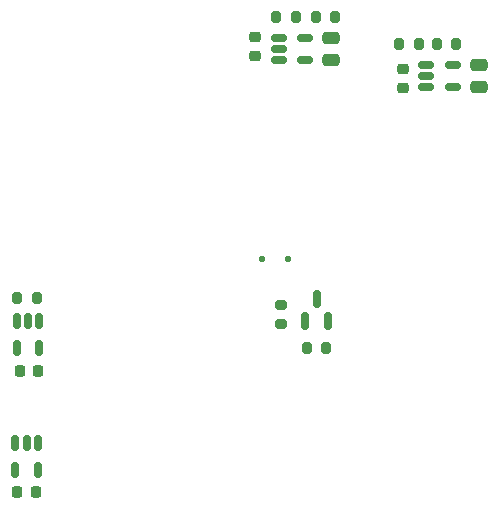
<source format=gbr>
%TF.GenerationSoftware,KiCad,Pcbnew,7.0.11-rc3*%
%TF.CreationDate,2025-03-16T23:31:10+08:00*%
%TF.ProjectId,TSAL,5453414c-2e6b-4696-9361-645f70636258,rev?*%
%TF.SameCoordinates,Original*%
%TF.FileFunction,Paste,Bot*%
%TF.FilePolarity,Positive*%
%FSLAX46Y46*%
G04 Gerber Fmt 4.6, Leading zero omitted, Abs format (unit mm)*
G04 Created by KiCad (PCBNEW 7.0.11-rc3) date 2025-03-16 23:31:10*
%MOMM*%
%LPD*%
G01*
G04 APERTURE LIST*
G04 Aperture macros list*
%AMRoundRect*
0 Rectangle with rounded corners*
0 $1 Rounding radius*
0 $2 $3 $4 $5 $6 $7 $8 $9 X,Y pos of 4 corners*
0 Add a 4 corners polygon primitive as box body*
4,1,4,$2,$3,$4,$5,$6,$7,$8,$9,$2,$3,0*
0 Add four circle primitives for the rounded corners*
1,1,$1+$1,$2,$3*
1,1,$1+$1,$4,$5*
1,1,$1+$1,$6,$7*
1,1,$1+$1,$8,$9*
0 Add four rect primitives between the rounded corners*
20,1,$1+$1,$2,$3,$4,$5,0*
20,1,$1+$1,$4,$5,$6,$7,0*
20,1,$1+$1,$6,$7,$8,$9,0*
20,1,$1+$1,$8,$9,$2,$3,0*%
G04 Aperture macros list end*
%ADD10RoundRect,0.125000X-0.125000X-0.125000X0.125000X-0.125000X0.125000X0.125000X-0.125000X0.125000X0*%
%ADD11RoundRect,0.150000X0.150000X-0.587500X0.150000X0.587500X-0.150000X0.587500X-0.150000X-0.587500X0*%
%ADD12RoundRect,0.200000X-0.200000X-0.275000X0.200000X-0.275000X0.200000X0.275000X-0.200000X0.275000X0*%
%ADD13RoundRect,0.225000X0.250000X-0.225000X0.250000X0.225000X-0.250000X0.225000X-0.250000X-0.225000X0*%
%ADD14RoundRect,0.200000X-0.275000X0.200000X-0.275000X-0.200000X0.275000X-0.200000X0.275000X0.200000X0*%
%ADD15RoundRect,0.200000X0.200000X0.275000X-0.200000X0.275000X-0.200000X-0.275000X0.200000X-0.275000X0*%
%ADD16RoundRect,0.250000X0.475000X-0.250000X0.475000X0.250000X-0.475000X0.250000X-0.475000X-0.250000X0*%
%ADD17RoundRect,0.225000X-0.250000X0.225000X-0.250000X-0.225000X0.250000X-0.225000X0.250000X0.225000X0*%
%ADD18RoundRect,0.150000X-0.512500X-0.150000X0.512500X-0.150000X0.512500X0.150000X-0.512500X0.150000X0*%
%ADD19RoundRect,0.150000X-0.150000X0.512500X-0.150000X-0.512500X0.150000X-0.512500X0.150000X0.512500X0*%
%ADD20RoundRect,0.225000X-0.225000X-0.250000X0.225000X-0.250000X0.225000X0.250000X-0.225000X0.250000X0*%
G04 APERTURE END LIST*
D10*
%TO.C,D2*%
X139687500Y-55537500D03*
X141887500Y-55537500D03*
%TD*%
D11*
%TO.C,Q2*%
X145241632Y-60787500D03*
X143341632Y-60787500D03*
X144291632Y-58912500D03*
%TD*%
D12*
%TO.C,R40*%
X151275000Y-37300000D03*
X152925000Y-37300000D03*
%TD*%
D13*
%TO.C,C20*%
X151612500Y-41000000D03*
X151612500Y-39450000D03*
%TD*%
D14*
%TO.C,R27*%
X141287500Y-59387500D03*
X141287500Y-61037500D03*
%TD*%
D12*
%TO.C,R42*%
X140887500Y-35037500D03*
X142537500Y-35037500D03*
%TD*%
D15*
%TO.C,R41*%
X156125000Y-37300000D03*
X154475000Y-37300000D03*
%TD*%
%TO.C,R23*%
X120612500Y-58787500D03*
X118962500Y-58787500D03*
%TD*%
D16*
%TO.C,C23*%
X145537500Y-38687500D03*
X145537500Y-36787500D03*
%TD*%
D17*
%TO.C,C22*%
X139037500Y-36737500D03*
X139037500Y-38287500D03*
%TD*%
D18*
%TO.C,U6*%
X141065000Y-38687500D03*
X141065000Y-37737500D03*
X141065000Y-36787500D03*
X143340000Y-36787500D03*
X143340000Y-38687500D03*
%TD*%
D16*
%TO.C,C34*%
X158000000Y-40950000D03*
X158000000Y-39050000D03*
%TD*%
D15*
%TO.C,R43*%
X145862500Y-35037500D03*
X144212500Y-35037500D03*
%TD*%
D12*
%TO.C,R28*%
X143462500Y-63037500D03*
X145112500Y-63037500D03*
%TD*%
D18*
%TO.C,U9*%
X153540000Y-40950000D03*
X153540000Y-40000000D03*
X153540000Y-39050000D03*
X155815000Y-39050000D03*
X155815000Y-40950000D03*
%TD*%
D19*
%TO.C,U3*%
X118790000Y-71057500D03*
X119740000Y-71057500D03*
X120690000Y-71057500D03*
X120690000Y-73332500D03*
X118790000Y-73332500D03*
%TD*%
D20*
%TO.C,C16*%
X118950000Y-75250000D03*
X120500000Y-75250000D03*
%TD*%
D19*
%TO.C,U4*%
X118887500Y-60777500D03*
X119837500Y-60777500D03*
X120787500Y-60777500D03*
X120787500Y-63052500D03*
X118887500Y-63052500D03*
%TD*%
D20*
%TO.C,C17*%
X119172500Y-64970000D03*
X120722500Y-64970000D03*
%TD*%
M02*

</source>
